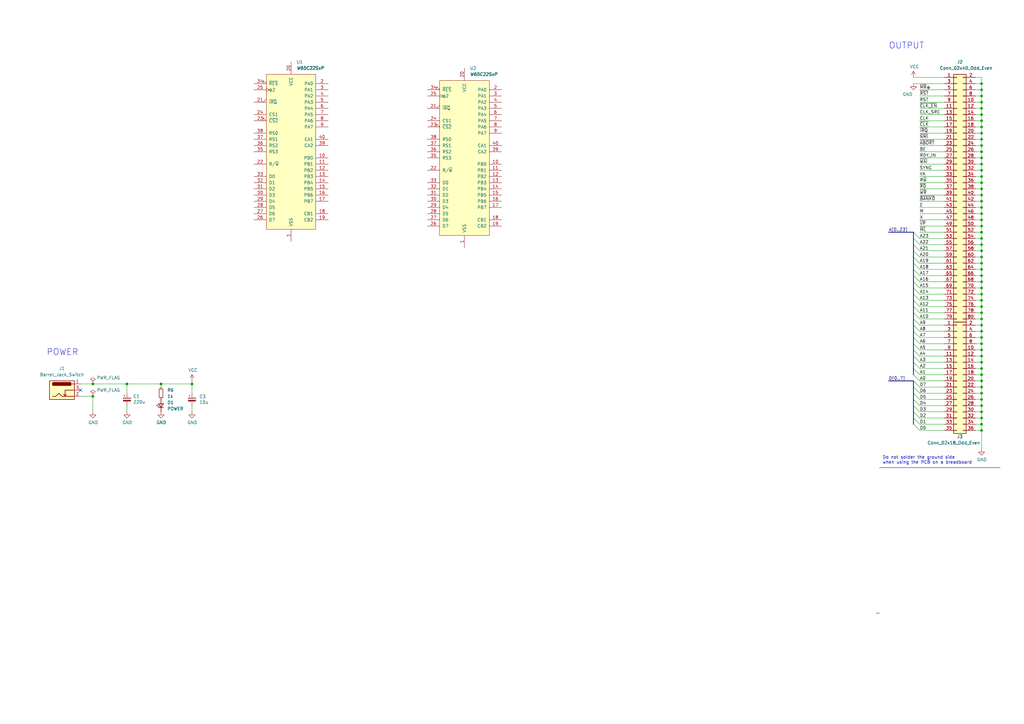
<source format=kicad_sch>
(kicad_sch (version 20250114) (generator "eeschema") (generator_version "9.0")
  (paper "A3")
  (title_block (title "65C816 Breakout Board") (date "2022-08-31") (rev "A.27") (comment 2 "https://github.com/adrienkohlbecker/BB816/tree/main/hardware/breakout") (comment 3 "Licensed under CERN-OHL-W v2") (comment 4 "Copyright © 2022 Adrien Kohlbecker"))
  (lib_symbols
    (symbol "BB816:W65C22SxP" (pin_names (offset 1.016))
      (property "Reference" "U" (at -10.16 33.02 0))
      (property "Value" "W65C22SxP" (at 0 0 90))
      (symbol "W65C22SxP_0_1"
        (rectangle (start -10.16 31.75) (end 10.16 -31.75) (fill (type background)))
      )
      (symbol "W65C22SxP_1_1"
        (pin input input_low (at -15.24 27.94 0) (length 5.08) (name "~{RES}") (number "34"))
        (pin input clock (at -15.24 25.4 0) (length 5.08) (name "ϕ2") (number "25"))
        (pin output output_low (at -15.24 20.32 0) (length 5.08) (name "~{IRQ}") (number "21"))
        (pin input line (at -15.24 15.24 0) (length 5.08) (name "CS1") (number "24"))
        (pin input input_low (at -15.24 12.7 0) (length 5.08) (name "~{CS2}") (number "23"))
        (pin input line (at -15.24 7.62 0) (length 5.08) (name "RS0") (number "38"))
        (pin input line (at -15.24 5.08 0) (length 5.08) (name "RS1") (number "37"))
        (pin input line (at -15.24 2.54 0) (length 5.08) (name "RS2") (number "36"))
        (pin input line (at -15.24 0 0) (length 5.08) (name "RS3") (number "35"))
        (pin input line (at -15.24 -5.08 0) (length 5.08) (name "R/~{W}") (number "22"))
        (pin bidirectional line (at -15.24 -10.16 0) (length 5.08) (name "D0") (number "33"))
        (pin bidirectional line (at -15.24 -12.7 0) (length 5.08) (name "D1") (number "32"))
        (pin bidirectional line (at -15.24 -15.24 0) (length 5.08) (name "D2") (number "31"))
        (pin bidirectional line (at -15.24 -17.78 0) (length 5.08) (name "D3") (number "30"))
        (pin bidirectional line (at -15.24 -20.32 0) (length 5.08) (name "D4") (number "29"))
        (pin bidirectional line (at -15.24 -22.86 0) (length 5.08) (name "D5") (number "28"))
        (pin bidirectional line (at -15.24 -25.4 0) (length 5.08) (name "D6") (number "27"))
        (pin bidirectional line (at -15.24 -27.94 0) (length 5.08) (name "D7") (number "26"))
        (pin power_in line (at 0 36.83 270) (length 5.08) (name "VCC") (number "20"))
        (pin power_in line (at 0 -36.83 90) (length 5.08) (name "VSS") (number "1"))
        (pin bidirectional line (at 15.24 27.94 180) (length 5.08) (name "PA0") (number "2"))
        (pin bidirectional line (at 15.24 25.4 180) (length 5.08) (name "PA1") (number "3"))
        (pin bidirectional line (at 15.24 22.86 180) (length 5.08) (name "PA2") (number "4"))
        (pin bidirectional line (at 15.24 20.32 180) (length 5.08) (name "PA3") (number "5"))
        (pin bidirectional line (at 15.24 17.78 180) (length 5.08) (name "PA4") (number "6"))
        (pin bidirectional line (at 15.24 15.24 180) (length 5.08) (name "PA5") (number "7"))
        (pin bidirectional line (at 15.24 12.7 180) (length 5.08) (name "PA6") (number "8"))
        (pin bidirectional line (at 15.24 10.16 180) (length 5.08) (name "PA7") (number "9"))
        (pin input line (at 15.24 5.08 180) (length 5.08) (name "CA1") (number "40"))
        (pin bidirectional line (at 15.24 2.54 180) (length 5.08) (name "CA2") (number "39"))
        (pin bidirectional line (at 15.24 -2.54 180) (length 5.08) (name "PB0") (number "10"))
        (pin bidirectional line (at 15.24 -5.08 180) (length 5.08) (name "PB1") (number "11"))
        (pin bidirectional line (at 15.24 -7.62 180) (length 5.08) (name "PB2") (number "12"))
        (pin bidirectional line (at 15.24 -10.16 180) (length 5.08) (name "PB3") (number "13"))
        (pin bidirectional line (at 15.24 -12.7 180) (length 5.08) (name "PB4") (number "14"))
        (pin bidirectional line (at 15.24 -15.24 180) (length 5.08) (name "PB5") (number "15"))
        (pin bidirectional line (at 15.24 -17.78 180) (length 5.08) (name "PB6") (number "16"))
        (pin bidirectional line (at 15.24 -20.32 180) (length 5.08) (name "PB7") (number "17"))
        (pin input line (at 15.24 -25.4 180) (length 5.08) (name "CB1") (number "18"))
        (pin bidirectional line (at 15.24 -27.94 180) (length 5.08) (name "CB2") (number "19"))
      )
    )
    (symbol "Connector:Barrel_Jack_Switch" (pin_names (hide yes))
      (property "Reference" "J" (at 0 5.334 0))
      (property "Value" "Barrel_Jack_Switch" (at 0 -5.08 0))
      (symbol "Barrel_Jack_Switch_0_1"
        (rectangle (start -5.08 3.81) (end 5.08 -3.81) (stroke (width 0.254)) (fill (type background)))
        (polyline (pts (xy -3.81 -2.54) (xy -2.54 -2.54) (xy -1.27 -1.27) (xy 0 -2.54) (xy 2.54 -2.54) (xy 5.08 -2.54)) (stroke (width 0.254)))
        (arc (start -3.302 1.905) (mid -3.9343 2.54) (end -3.302 3.175) (stroke (width 0.254)))
        (arc (start -3.302 1.905) (mid -3.9343 2.54) (end -3.302 3.175) (stroke (width 0.254)) (fill (type outline)))
        (polyline (pts (xy 1.27 -2.286) (xy 1.905 -1.651)) (stroke (width 0.254)))
        (rectangle (start 3.683 3.175) (end -3.302 1.905) (stroke (width 0.254)) (fill (type outline)))
        (polyline (pts (xy 5.08 2.54) (xy 3.81 2.54)) (stroke (width 0.254)))
        (polyline (pts (xy 5.08 0) (xy 1.27 0) (xy 1.27 -2.286) (xy 0.635 -1.651)) (stroke (width 0.254)))
      )
      (symbol "Barrel_Jack_Switch_1_1"
        (pin passive line (at 7.62 2.54 180) (length 2.54) (name "~") (number "1"))
        (pin passive line (at 7.62 0 180) (length 2.54) (name "~") (number "3"))
        (pin passive line (at 7.62 -2.54 180) (length 2.54) (name "~") (number "2"))
      )
    )
    (symbol "Connector_Generic:Conn_02x18_Odd_Even" (pin_names (offset 1.016) (hide yes))
      (property "Reference" "J" (at 1.27 22.86 0))
      (property "Value" "Conn_02x18_Odd_Even" (at 1.27 -25.4 0))
      (symbol "Conn_02x18_Odd_Even_1_1"
        (rectangle (start -1.27 21.59) (end 3.81 -24.13) (stroke (width 0.254)) (fill (type background)))
        (rectangle (start -1.27 20.447) (end 0 20.193) (stroke (width 0.1524)))
        (rectangle (start -1.27 17.907) (end 0 17.653) (stroke (width 0.1524)))
        (rectangle (start -1.27 15.367) (end 0 15.113) (stroke (width 0.1524)))
        (rectangle (start -1.27 12.827) (end 0 12.573) (stroke (width 0.1524)))
        (rectangle (start -1.27 10.287) (end 0 10.033) (stroke (width 0.1524)))
        (rectangle (start -1.27 7.747) (end 0 7.493) (stroke (width 0.1524)))
        (rectangle (start -1.27 5.207) (end 0 4.953) (stroke (width 0.1524)))
        (rectangle (start -1.27 2.667) (end 0 2.413) (stroke (width 0.1524)))
        (rectangle (start -1.27 0.127) (end 0 -0.127) (stroke (width 0.1524)))
        (rectangle (start -1.27 -2.413) (end 0 -2.667) (stroke (width 0.1524)))
        (rectangle (start -1.27 -4.953) (end 0 -5.207) (stroke (width 0.1524)))
        (rectangle (start -1.27 -7.493) (end 0 -7.747) (stroke (width 0.1524)))
        (rectangle (start -1.27 -10.033) (end 0 -10.287) (stroke (width 0.1524)))
        (rectangle (start -1.27 -12.573) (end 0 -12.827) (stroke (width 0.1524)))
        (rectangle (start -1.27 -15.113) (end 0 -15.367) (stroke (width 0.1524)))
        (rectangle (start -1.27 -17.653) (end 0 -17.907) (stroke (width 0.1524)))
        (rectangle (start -1.27 -20.193) (end 0 -20.447) (stroke (width 0.1524)))
        (rectangle (start -1.27 -22.733) (end 0 -22.987) (stroke (width 0.1524)))
        (rectangle (start 3.81 20.447) (end 2.54 20.193) (stroke (width 0.1524)))
        (rectangle (start 3.81 17.907) (end 2.54 17.653) (stroke (width 0.1524)))
        (rectangle (start 3.81 15.367) (end 2.54 15.113) (stroke (width 0.1524)))
        (rectangle (start 3.81 12.827) (end 2.54 12.573) (stroke (width 0.1524)))
        (rectangle (start 3.81 10.287) (end 2.54 10.033) (stroke (width 0.1524)))
        (rectangle (start 3.81 7.747) (end 2.54 7.493) (stroke (width 0.1524)))
        (rectangle (start 3.81 5.207) (end 2.54 4.953) (stroke (width 0.1524)))
        (rectangle (start 3.81 2.667) (end 2.54 2.413) (stroke (width 0.1524)))
        (rectangle (start 3.81 0.127) (end 2.54 -0.127) (stroke (width 0.1524)))
        (rectangle (start 3.81 -2.413) (end 2.54 -2.667) (stroke (width 0.1524)))
        (rectangle (start 3.81 -4.953) (end 2.54 -5.207) (stroke (width 0.1524)))
        (rectangle (start 3.81 -7.493) (end 2.54 -7.747) (stroke (width 0.1524)))
        (rectangle (start 3.81 -10.033) (end 2.54 -10.287) (stroke (width 0.1524)))
        (rectangle (start 3.81 -12.573) (end 2.54 -12.827) (stroke (width 0.1524)))
        (rectangle (start 3.81 -15.113) (end 2.54 -15.367) (stroke (width 0.1524)))
        (rectangle (start 3.81 -17.653) (end 2.54 -17.907) (stroke (width 0.1524)))
        (rectangle (start 3.81 -20.193) (end 2.54 -20.447) (stroke (width 0.1524)))
        (rectangle (start 3.81 -22.733) (end 2.54 -22.987) (stroke (width 0.1524)))
        (pin passive line (at -5.08 20.32 0) (length 3.81) (name "Pin_1") (number "1"))
        (pin passive line (at -5.08 17.78 0) (length 3.81) (name "Pin_3") (number "3"))
        (pin passive line (at -5.08 15.24 0) (length 3.81) (name "Pin_5") (number "5"))
        (pin passive line (at -5.08 12.7 0) (length 3.81) (name "Pin_7") (number "7"))
        (pin passive line (at -5.08 10.16 0) (length 3.81) (name "Pin_9") (number "9"))
        (pin passive line (at -5.08 7.62 0) (length 3.81) (name "Pin_11") (number "11"))
        (pin passive line (at -5.08 5.08 0) (length 3.81) (name "Pin_13") (number "13"))
        (pin passive line (at -5.08 2.54 0) (length 3.81) (name "Pin_15") (number "15"))
        (pin passive line (at -5.08 0 0) (length 3.81) (name "Pin_17") (number "17"))
        (pin passive line (at -5.08 -2.54 0) (length 3.81) (name "Pin_19") (number "19"))
        (pin passive line (at -5.08 -5.08 0) (length 3.81) (name "Pin_21") (number "21"))
        (pin passive line (at -5.08 -7.62 0) (length 3.81) (name "Pin_23") (number "23"))
        (pin passive line (at -5.08 -10.16 0) (length 3.81) (name "Pin_25") (number "25"))
        (pin passive line (at -5.08 -12.7 0) (length 3.81) (name "Pin_27") (number "27"))
        (pin passive line (at -5.08 -15.24 0) (length 3.81) (name "Pin_29") (number "29"))
        (pin passive line (at -5.08 -17.78 0) (length 3.81) (name "Pin_31") (number "31"))
        (pin passive line (at -5.08 -20.32 0) (length 3.81) (name "Pin_33") (number "33"))
        (pin passive line (at -5.08 -22.86 0) (length 3.81) (name "Pin_35") (number "35"))
        (pin passive line (at 7.62 20.32 180) (length 3.81) (name "Pin_2") (number "2"))
        (pin passive line (at 7.62 17.78 180) (length 3.81) (name "Pin_4") (number "4"))
        (pin passive line (at 7.62 15.24 180) (length 3.81) (name "Pin_6") (number "6"))
        (pin passive line (at 7.62 12.7 180) (length 3.81) (name "Pin_8") (number "8"))
        (pin passive line (at 7.62 10.16 180) (length 3.81) (name "Pin_10") (number "10"))
        (pin passive line (at 7.62 7.62 180) (length 3.81) (name "Pin_12") (number "12"))
        (pin passive line (at 7.62 5.08 180) (length 3.81) (name "Pin_14") (number "14"))
        (pin passive line (at 7.62 2.54 180) (length 3.81) (name "Pin_16") (number "16"))
        (pin passive line (at 7.62 0 180) (length 3.81) (name "Pin_18") (number "18"))
        (pin passive line (at 7.62 -2.54 180) (length 3.81) (name "Pin_20") (number "20"))
        (pin passive line (at 7.62 -5.08 180) (length 3.81) (name "Pin_22") (number "22"))
        (pin passive line (at 7.62 -7.62 180) (length 3.81) (name "Pin_24") (number "24"))
        (pin passive line (at 7.62 -10.16 180) (length 3.81) (name "Pin_26") (number "26"))
        (pin passive line (at 7.62 -12.7 180) (length 3.81) (name "Pin_28") (number "28"))
        (pin passive line (at 7.62 -15.24 180) (length 3.81) (name "Pin_30") (number "30"))
        (pin passive line (at 7.62 -17.78 180) (length 3.81) (name "Pin_32") (number "32"))
        (pin passive line (at 7.62 -20.32 180) (length 3.81) (name "Pin_34") (number "34"))
        (pin passive line (at 7.62 -22.86 180) (length 3.81) (name "Pin_36") (number "36"))
      )
    )
    (symbol "Connector_Generic:Conn_02x40_Odd_Even" (pin_names (offset 1.016) (hide yes))
      (property "Reference" "J" (at 1.27 50.8 0))
      (property "Value" "Conn_02x40_Odd_Even" (at 1.27 -53.34 0))
      (symbol "Conn_02x40_Odd_Even_1_1"
        (rectangle (start -1.27 49.53) (end 3.81 -52.07) (stroke (width 0.254)) (fill (type background)))
        (rectangle (start -1.27 48.387) (end 0 48.133) (stroke (width 0.1524)))
        (rectangle (start -1.27 45.847) (end 0 45.593) (stroke (width 0.1524)))
        (rectangle (start -1.27 43.307) (end 0 43.053) (stroke (width 0.1524)))
        (rectangle (start -1.27 40.767) (end 0 40.513) (stroke (width 0.1524)))
        (rectangle (start -1.27 38.227) (end 0 37.973) (stroke (width 0.1524)))
        (rectangle (start -1.27 35.687) (end 0 35.433) (stroke (width 0.1524)))
        (rectangle (start -1.27 33.147) (end 0 32.893) (stroke (width 0.1524)))
        (rectangle (start -1.27 30.607) (end 0 30.353) (stroke (width 0.1524)))
        (rectangle (start -1.27 28.067) (end 0 27.813) (stroke (width 0.1524)))
        (rectangle (start -1.27 25.527) (end 0 25.273) (stroke (width 0.1524)))
        (rectangle (start -1.27 22.987) (end 0 22.733) (stroke (width 0.1524)))
        (rectangle (start -1.27 20.447) (end 0 20.193) (stroke (width 0.1524)))
        (rectangle (start -1.27 17.907) (end 0 17.653) (stroke (width 0.1524)))
        (rectangle (start -1.27 15.367) (end 0 15.113) (stroke (width 0.1524)))
        (rectangle (start -1.27 12.827) (end 0 12.573) (stroke (width 0.1524)))
        (rectangle (start -1.27 10.287) (end 0 10.033) (stroke (width 0.1524)))
        (rectangle (start -1.27 7.747) (end 0 7.493) (stroke (width 0.1524)))
        (rectangle (start -1.27 5.207) (end 0 4.953) (stroke (width 0.1524)))
        (rectangle (start -1.27 2.667) (end 0 2.413) (stroke (width 0.1524)))
        (rectangle (start -1.27 0.127) (end 0 -0.127) (stroke (width 0.1524)))
        (rectangle (start -1.27 -2.413) (end 0 -2.667) (stroke (width 0.1524)))
        (rectangle (start -1.27 -4.953) (end 0 -5.207) (stroke (width 0.1524)))
        (rectangle (start -1.27 -7.493) (end 0 -7.747) (stroke (width 0.1524)))
        (rectangle (start -1.27 -10.033) (end 0 -10.287) (stroke (width 0.1524)))
        (rectangle (start -1.27 -12.573) (end 0 -12.827) (stroke (width 0.1524)))
        (rectangle (start -1.27 -15.113) (end 0 -15.367) (stroke (width 0.1524)))
        (rectangle (start -1.27 -17.653) (end 0 -17.907) (stroke (width 0.1524)))
        (rectangle (start -1.27 -20.193) (end 0 -20.447) (stroke (width 0.1524)))
        (rectangle (start -1.27 -22.733) (end 0 -22.987) (stroke (width 0.1524)))
        (rectangle (start -1.27 -25.273) (end 0 -25.527) (stroke (width 0.1524)))
        (rectangle (start -1.27 -27.813) (end 0 -28.067) (stroke (width 0.1524)))
        (rectangle (start -1.27 -30.353) (end 0 -30.607) (stroke (width 0.1524)))
        (rectangle (start -1.27 -32.893) (end 0 -33.147) (stroke (width 0.1524)))
        (rectangle (start -1.27 -35.433) (end 0 -35.687) (stroke (width 0.1524)))
        (rectangle (start -1.27 -37.973) (end 0 -38.227) (stroke (width 0.1524)))
        (rectangle (start -1.27 -40.513) (end 0 -40.767) (stroke (width 0.1524)))
        (rectangle (start -1.27 -43.053) (end 0 -43.307) (stroke (width 0.1524)))
        (rectangle (start -1.27 -45.593) (end 0 -45.847) (stroke (width 0.1524)))
        (rectangle (start -1.27 -48.133) (end 0 -48.387) (stroke (width 0.1524)))
        (rectangle (start -1.27 -50.673) (end 0 -50.927) (stroke (width 0.1524)))
        (rectangle (start 3.81 48.387) (end 2.54 48.133) (stroke (width 0.1524)))
        (rectangle (start 3.81 45.847) (end 2.54 45.593) (stroke (width 0.1524)))
        (rectangle (start 3.81 43.307) (end 2.54 43.053) (stroke (width 0.1524)))
        (rectangle (start 3.81 40.767) (end 2.54 40.513) (stroke (width 0.1524)))
        (rectangle (start 3.81 38.227) (end 2.54 37.973) (stroke (width 0.1524)))
        (rectangle (start 3.81 35.687) (end 2.54 35.433) (stroke (width 0.1524)))
        (rectangle (start 3.81 33.147) (end 2.54 32.893) (stroke (width 0.1524)))
        (rectangle (start 3.81 30.607) (end 2.54 30.353) (stroke (width 0.1524)))
        (rectangle (start 3.81 28.067) (end 2.54 27.813) (stroke (width 0.1524)))
        (rectangle (start 3.81 25.527) (end 2.54 25.273) (stroke (width 0.1524)))
        (rectangle (start 3.81 22.987) (end 2.54 22.733) (stroke (width 0.1524)))
        (rectangle (start 3.81 20.447) (end 2.54 20.193) (stroke (width 0.1524)))
        (rectangle (start 3.81 17.907) (end 2.54 17.653) (stroke (width 0.1524)))
        (rectangle (start 3.81 15.367) (end 2.54 15.113) (stroke (width 0.1524)))
        (rectangle (start 3.81 12.827) (end 2.54 12.573) (stroke (width 0.1524)))
        (rectangle (start 3.81 10.287) (end 2.54 10.033) (stroke (width 0.1524)))
        (rectangle (start 3.81 7.747) (end 2.54 7.493) (stroke (width 0.1524)))
        (rectangle (start 3.81 5.207) (end 2.54 4.953) (stroke (width 0.1524)))
        (rectangle (start 3.81 2.667) (end 2.54 2.413) (stroke (width 0.1524)))
        (rectangle (start 3.81 0.127) (end 2.54 -0.127) (stroke (width 0.1524)))
        (rectangle (start 3.81 -2.413) (end 2.54 -2.667) (stroke (width 0.1524)))
        (rectangle (start 3.81 -4.953) (end 2.54 -5.207) (stroke (width 0.1524)))
        (rectangle (start 3.81 -7.493) (end 2.54 -7.747) (stroke (width 0.1524)))
        (rectangle (start 3.81 -10.033) (end 2.54 -10.287) (stroke (width 0.1524)))
        (rectangle (start 3.81 -12.573) (end 2.54 -12.827) (stroke (width 0.1524)))
        (rectangle (start 3.81 -15.113) (end 2.54 -15.367) (stroke (width 0.1524)))
        (rectangle (start 3.81 -17.653) (end 2.54 -17.907) (stroke (width 0.1524)))
        (rectangle (start 3.81 -20.193) (end 2.54 -20.447) (stroke (width 0.1524)))
        (rectangle (start 3.81 -22.733) (end 2.54 -22.987) (stroke (width 0.1524)))
        (rectangle (start 3.81 -25.273) (end 2.54 -25.527) (stroke (width 0.1524)))
        (rectangle (start 3.81 -27.813) (end 2.54 -28.067) (stroke (width 0.1524)))
        (rectangle (start 3.81 -30.353) (end 2.54 -30.607) (stroke (width 0.1524)))
        (rectangle (start 3.81 -32.893) (end 2.54 -33.147) (stroke (width 0.1524)))
        (rectangle (start 3.81 -35.433) (end 2.54 -35.687) (stroke (width 0.1524)))
        (rectangle (start 3.81 -37.973) (end 2.54 -38.227) (stroke (width 0.1524)))
        (rectangle (start 3.81 -40.513) (end 2.54 -40.767) (stroke (width 0.1524)))
        (rectangle (start 3.81 -43.053) (end 2.54 -43.307) (stroke (width 0.1524)))
        (rectangle (start 3.81 -45.593) (end 2.54 -45.847) (stroke (width 0.1524)))
        (rectangle (start 3.81 -48.133) (end 2.54 -48.387) (stroke (width 0.1524)))
        (rectangle (start 3.81 -50.673) (end 2.54 -50.927) (stroke (width 0.1524)))
        (pin passive line (at -5.08 48.26 0) (length 3.81) (name "Pin_1") (number "1"))
        (pin passive line (at -5.08 45.72 0) (length 3.81) (name "Pin_3") (number "3"))
        (pin passive line (at -5.08 43.18 0) (length 3.81) (name "Pin_5") (number "5"))
        (pin passive line (at -5.08 40.64 0) (length 3.81) (name "Pin_7") (number "7"))
        (pin passive line (at -5.08 38.1 0) (length 3.81) (name "Pin_9") (number "9"))
        (pin passive line (at -5.08 35.56 0) (length 3.81) (name "Pin_11") (number "11"))
        (pin passive line (at -5.08 33.02 0) (length 3.81) (name "Pin_13") (number "13"))
        (pin passive line (at -5.08 30.48 0) (length 3.81) (name "Pin_15") (number "15"))
        (pin passive line (at -5.08 27.94 0) (length 3.81) (name "Pin_17") (number "17"))
        (pin passive line (at -5.08 25.4 0) (length 3.81) (name "Pin_19") (number "19"))
        (pin passive line (at -5.08 22.86 0) (length 3.81) (name "Pin_21") (number "21"))
        (pin passive line (at -5.08 20.32 0) (length 3.81) (name "Pin_23") (number "23"))
        (pin passive line (at -5.08 17.78 0) (length 3.81) (name "Pin_25") (number "25"))
        (pin passive line (at -5.08 15.24 0) (length 3.81) (name "Pin_27") (number "27"))
        (pin passive line (at -5.08 12.7 0) (length 3.81) (name "Pin_29") (number "29"))
        (pin passive line (at -5.08 10.16 0) (length 3.81) (name "Pin_31") (number "31"))
        (pin passive line (at -5.08 7.62 0) (length 3.81) (name "Pin_33") (number "33"))
        (pin passive line (at -5.08 5.08 0) (length 3.81) (name "Pin_35") (number "35"))
        (pin passive line (at -5.08 2.54 0) (length 3.81) (name "Pin_37") (number "37"))
        (pin passive line (at -5.08 0 0) (length 3.81) (name "Pin_39") (number "39"))
        (pin passive line (at -5.08 -2.54 0) (length 3.81) (name "Pin_41") (number "41"))
        (pin passive line (at -5.08 -5.08 0) (length 3.81) (name "Pin_43") (number "43"))
        (pin passive line (at -5.08 -7.62 0) (length 3.81) (name "Pin_45") (number "45"))
        (pin passive line (at -5.08 -10.16 0) (length 3.81) (name "Pin_47") (number "47"))
        (pin passive line (at -5.08 -12.7 0) (length 3.81) (name "Pin_49") (number "49"))
        (pin passive line (at -5.08 -15.24 0) (length 3.81) (name "Pin_51") (number "51"))
        (pin passive line (at -5.08 -17.78 0) (length 3.81) (name "Pin_53") (number "53"))
        (pin passive line (at -5.08 -20.32 0) (length 3.81) (name "Pin_55") (number "55"))
        (pin passive line (at -5.08 -22.86 0) (length 3.81) (name "Pin_57") (number "57"))
        (pin passive line (at -5.08 -25.4 0) (length 3.81) (name "Pin_59") (number "59"))
        (pin passive line (at -5.08 -27.94 0) (length 3.81) (name "Pin_61") (number "61"))
        (pin passive line (at -5.08 -30.48 0) (length 3.81) (name "Pin_63") (number "63"))
        (pin passive line (at -5.08 -33.02 0) (length 3.81) (name "Pin_65") (number "65"))
        (pin passive line (at -5.08 -35.56 0) (length 3.81) (name "Pin_67") (number "67"))
        (pin passive line (at -5.08 -38.1 0) (length 3.81) (name "Pin_69") (number "69"))
        (pin passive line (at -5.08 -40.64 0) (length 3.81) (name "Pin_71") (number "71"))
        (pin passive line (at -5.08 -43.18 0) (length 3.81) (name "Pin_73") (number "73"))
        (pin passive line (at -5.08 -45.72 0) (length 3.81) (name "Pin_75") (number "75"))
        (pin passive line (at -5.08 -48.26 0) (length 3.81) (name "Pin_77") (number "77"))
        (pin passive line (at -5.08 -50.8 0) (length 3.81) (name "Pin_79") (number "79"))
        (pin passive line (at 7.62 48.26 180) (length 3.81) (name "Pin_2") (number "2"))
        (pin passive line (at 7.62 45.72 180) (length 3.81) (name "Pin_4") (number "4"))
        (pin passive line (at 7.62 43.18 180) (length 3.81) (name "Pin_6") (number "6"))
        (pin passive line (at 7.62 40.64 180) (length 3.81) (name "Pin_8") (number "8"))
        (pin passive line (at 7.62 38.1 180) (length 3.81) (name "Pin_10") (number "10"))
        (pin passive line (at 7.62 35.56 180) (length 3.81) (name "Pin_12") (number "12"))
        (pin passive line (at 7.62 33.02 180) (length 3.81) (name "Pin_14") (number "14"))
        (pin passive line (at 7.62 30.48 180) (length 3.81) (name "Pin_16") (number "16"))
        (pin passive line (at 7.62 27.94 180) (length 3.81) (name "Pin_18") (number "18"))
        (pin passive line (at 7.62 25.4 180) (length 3.81) (name "Pin_20") (number "20"))
        (pin passive line (at 7.62 22.86 180) (length 3.81) (name "Pin_22") (number "22"))
        (pin passive line (at 7.62 20.32 180) (length 3.81) (name "Pin_24") (number "24"))
        (pin passive line (at 7.62 17.78 180) (length 3.81) (name "Pin_26") (number "26"))
        (pin passive line (at 7.62 15.24 180) (length 3.81) (name "Pin_28") (number "28"))
        (pin passive line (at 7.62 12.7 180) (length 3.81) (name "Pin_30") (number "30"))
        (pin passive line (at 7.62 10.16 180) (length 3.81) (name "Pin_32") (number "32"))
        (pin passive line (at 7.62 7.62 180) (length 3.81) (name "Pin_34") (number "34"))
        (pin passive line (at 7.62 5.08 180) (length 3.81) (name "Pin_36") (number "36"))
        (pin passive line (at 7.62 2.54 180) (length 3.81) (name "Pin_38") (number "38"))
        (pin passive line (at 7.62 0 180) (length 3.81) (name "Pin_40") (number "40"))
        (pin passive line (at 7.62 -2.54 180) (length 3.81) (name "Pin_42") (number "42"))
        (pin passive line (at 7.62 -5.08 180) (length 3.81) (name "Pin_44") (number "44"))
        (pin passive line (at 7.62 -7.62 180) (length 3.81) (name "Pin_46") (number "46"))
        (pin passive line (at 7.62 -10.16 180) (length 3.81) (name "Pin_48") (number "48"))
        (pin passive line (at 7.62 -12.7 180) (length 3.81) (name "Pin_50") (number "50"))
        (pin passive line (at 7.62 -15.24 180) (length 3.81) (name "Pin_52") (number "52"))
        (pin passive line (at 7.62 -17.78 180) (length 3.81) (name "Pin_54") (number "54"))
        (pin passive line (at 7.62 -20.32 180) (length 3.81) (name "Pin_56") (number "56"))
        (pin passive line (at 7.62 -22.86 180) (length 3.81) (name "Pin_58") (number "58"))
        (pin passive line (at 7.62 -25.4 180) (length 3.81) (name "Pin_60") (number "60"))
        (pin passive line (at 7.62 -27.94 180) (length 3.81) (name "Pin_62") (number "62"))
        (pin passive line (at 7.62 -30.48 180) (length 3.81) (name "Pin_64") (number "64"))
        (pin passive line (at 7.62 -33.02 180) (length 3.81) (name "Pin_66") (number "66"))
        (pin passive line (at 7.62 -35.56 180) (length 3.81) (name "Pin_68") (number "68"))
        (pin passive line (at 7.62 -38.1 180) (length 3.81) (name "Pin_70") (number "70"))
        (pin passive line (at 7.62 -40.64 180) (length 3.81) (name "Pin_72") (number "72"))
        (pin passive line (at 7.62 -43.18 180) (length 3.81) (name "Pin_74") (number "74"))
        (pin passive line (at 7.62 -45.72 180) (length 3.81) (name "Pin_76") (number "76"))
        (pin passive line (at 7.62 -48.26 180) (length 3.81) (name "Pin_78") (number "78"))
        (pin passive line (at 7.62 -50.8 180) (length 3.81) (name "Pin_80") (number "80"))
      )
    )
    (symbol "Device:C_Polarized_Small" (pin_numbers (hide yes)) (pin_names (offset 0.254) (hide yes))
      (property "Reference" "C" (at 0.254 1.778 0))
      (property "Value" "C_Polarized_Small" (at 0.254 -2.032 0))
      (symbol "C_Polarized_Small_0_1"
        (rectangle (start -1.524 0.6858) (end 1.524 0.3048))
        (rectangle (start -1.524 -0.3048) (end 1.524 -0.6858) (fill (type outline)))
        (polyline (pts (xy -1.27 1.524) (xy -0.762 1.524)))
        (polyline (pts (xy -1.016 1.27) (xy -1.016 1.778)))
      )
      (symbol "C_Polarized_Small_1_1"
        (pin passive line (at 0 2.54 270) (length 1.8542) (name "~") (number "1"))
        (pin passive line (at 0 -2.54 90) (length 1.8542) (name "~") (number "2"))
      )
    )
    (symbol "Device:LED_Small" (pin_numbers (hide yes)) (pin_names (offset 0.254) (hide yes))
      (property "Reference" "D" (at -1.27 3.175 0))
      (property "Value" "LED_Small" (at -4.445 -2.54 0))
      (symbol "LED_Small_0_1"
        (polyline (pts (xy -0.762 -1.016) (xy -0.762 1.016)) (stroke (width 0.254)))
        (polyline (pts (xy 0 0.762) (xy -0.508 1.27) (xy -0.254 1.27) (xy -0.508 1.27) (xy -0.508 1.016)))
        (polyline (pts (xy 0.508 1.27) (xy 0 1.778) (xy 0.254 1.778) (xy 0 1.778) (xy 0 1.524)))
        (polyline (pts (xy 0.762 -1.016) (xy -0.762 0) (xy 0.762 1.016) (xy 0.762 -1.016)) (stroke (width 0.254)))
        (polyline (pts (xy 1.016 0) (xy -0.762 0)))
      )
      (symbol "LED_Small_1_1"
        (pin passive line (at -2.54 0 0) (length 1.778) (name "K") (number "1"))
        (pin passive line (at 2.54 0 180) (length 1.778) (name "A") (number "2"))
      )
    )
    (symbol "Device:R_Small" (pin_numbers (hide yes)) (pin_names (offset 0.254) (hide yes))
      (property "Reference" "R" (at 0.762 0.508 0))
      (property "Value" "R_Small" (at 0.762 -1.016 0))
      (symbol "R_Small_0_1"
        (rectangle (start -0.762 1.778) (end 0.762 -1.778) (stroke (width 0.2032)))
      )
      (symbol "R_Small_1_1"
        (pin passive line (at 0 2.54 270) (length 0.762) (name "~") (number "1"))
        (pin passive line (at 0 -2.54 90) (length 0.762) (name "~") (number "2"))
      )
    )
    (symbol "power:GND" (power) (pin_names (offset 0))
      (property "Value" "GND" (at 0 -3.81 0))
      (symbol "GND_0_1"
        (polyline (pts (xy 0 0) (xy 0 -1.27) (xy 1.27 -1.27) (xy 0 -2.54) (xy -1.27 -1.27) (xy 0 -1.27)))
      )
      (symbol "GND_1_1"
        (pin power_in line (at 0 0 270) (length 0) (hide yes) (name "GND") (number "1"))
      )
    )
    (symbol "power:PWR_FLAG" (power) (pin_numbers (hide yes)) (pin_names (offset 0) (hide yes))
      (property "Value" "PWR_FLAG" (at 0 3.81 0))
      (symbol "PWR_FLAG_0_0"
        (pin power_out line (at 0 0 90) (length 0) (name "pwr") (number "1"))
      )
      (symbol "PWR_FLAG_0_1"
        (polyline (pts (xy 0 0) (xy 0 1.27) (xy -1.016 1.905) (xy 0 2.54) (xy 1.016 1.905) (xy 0 1.27)))
      )
    )
    (symbol "power:VCC" (power) (pin_names (offset 0))
      (property "Value" "VCC" (at 0 3.81 0))
      (symbol "VCC_0_1"
        (polyline (pts (xy -0.762 1.27) (xy 0 2.54)))
        (polyline (pts (xy 0 2.54) (xy 0.762 1.27)))
        (polyline (pts (xy 0 0) (xy 0 2.54)))
      )
      (symbol "VCC_1_1"
        (pin power_in line (at 0 0 90) (length 0) (hide yes) (name "VCC") (number "1"))
      )
    )
  )
  (text "Do not solder the ground side \nwhen using the PCB on a breadboard" (at 361.95 190.5 0) (effects (font (size 1.27 1.27)) (justify left bottom)))
  (text "POWER" (at 19.05 146.05 0) (effects (font (size 2.54 2.54)) (justify left bottom)))
  (text "OUTPUT" (at 364.49 20.32 0) (effects (font (size 2.54 2.54)) (justify left bottom)))
  (junction (at 402.59 87.63))
  (junction (at 402.59 148.59))
  (junction (at 402.59 115.57))
  (junction (at 402.59 85.09))
  (junction (at 402.59 62.23))
  (junction (at 402.59 100.33))
  (junction (at 402.59 97.79))
  (junction (at 402.59 151.13))
  (junction (at 402.59 163.83))
  (junction (at 402.59 146.05))
  (junction (at 402.59 110.49))
  (junction (at 402.59 123.19))
  (junction (at 402.59 140.97))
  (junction (at 402.59 90.17))
  (junction (at 402.59 130.81))
  (junction (at 402.59 158.75))
  (junction (at 402.59 39.37))
  (junction (at 402.59 59.69))
  (junction (at 402.59 44.45))
  (junction (at 402.59 105.41))
  (junction (at 402.59 92.71))
  (junction (at 402.59 133.35))
  (junction (at 402.59 49.53))
  (junction (at 402.59 118.11))
  (junction (at 402.59 125.73))
  (junction (at 402.59 107.95))
  (junction (at 402.59 135.89))
  (junction (at 402.59 57.15))
  (junction (at 52.07 157.48))
  (junction (at 402.59 168.91))
  (junction (at 402.59 102.87))
  (junction (at 78.74 157.48))
  (junction (at 66.04 157.48))
  (junction (at 402.59 176.53))
  (junction (at 38.1 157.48))
  (junction (at 402.59 82.55))
  (junction (at 402.59 143.51))
  (junction (at 402.59 46.99))
  (junction (at 402.59 153.67))
  (junction (at 402.59 95.25))
  (junction (at 402.59 166.37))
  (junction (at 38.1 162.56))
  (junction (at 402.59 72.39))
  (junction (at 402.59 54.61))
  (junction (at 402.59 69.85))
  (junction (at 402.59 52.07))
  (junction (at 402.59 41.91))
  (junction (at 402.59 64.77))
  (junction (at 402.59 80.01))
  (junction (at 402.59 36.83))
  (junction (at 402.59 67.31))
  (junction (at 402.59 77.47))
  (junction (at 402.59 138.43))
  (junction (at 402.59 156.21))
  (junction (at 402.59 173.99))
  (junction (at 402.59 113.03))
  (junction (at 402.59 34.29))
  (junction (at 402.59 128.27))
  (junction (at 402.59 161.29))
  (junction (at 402.59 171.45))
  (junction (at 402.59 120.65))
  (junction (at 402.59 74.93))
  (no_connect (at 33.02 160.02))
  (bus_entry (at 374.65 151.13) (size 2.54 2.54))
  (bus_entry (at 374.65 110.49) (size 2.54 2.54))
  (bus_entry (at 374.65 168.91) (size 2.54 2.54))
  (bus_entry (at 374.65 135.89) (size 2.54 2.54))
  (bus_entry (at 374.65 97.79) (size 2.54 2.54))
  (bus_entry (at 374.65 166.37) (size 2.54 2.54))
  (bus_entry (at 374.65 138.43) (size 2.54 2.54))
  (bus_entry (at 374.65 105.41) (size 2.54 2.54))
  (bus_entry (at 374.65 158.75) (size 2.54 2.54))
  (bus_entry (at 374.65 95.25) (size 2.54 2.54))
  (bus_entry (at 374.65 130.81) (size 2.54 2.54))
  (bus_entry (at 374.65 163.83) (size 2.54 2.54))
  (bus_entry (at 374.65 143.51) (size 2.54 2.54))
  (bus_entry (at 374.65 123.19) (size 2.54 2.54))
  (bus_entry (at 374.65 153.67) (size 2.54 2.54))
  (bus_entry (at 374.65 133.35) (size 2.54 2.54))
  (bus_entry (at 374.65 148.59) (size 2.54 2.54))
  (bus_entry (at 374.65 161.29) (size 2.54 2.54))
  (bus_entry (at 374.65 128.27) (size 2.54 2.54))
  (bus_entry (at 374.65 100.33) (size 2.54 2.54))
  (bus_entry (at 374.65 115.57) (size 2.54 2.54))
  (bus_entry (at 374.65 173.99) (size 2.54 2.54))
  (bus_entry (at 374.65 120.65) (size 2.54 2.54))
  (bus_entry (at 374.65 156.21) (size 2.54 2.54))
  (bus_entry (at 374.65 107.95) (size 2.54 2.54))
  (bus_entry (at 374.65 102.87) (size 2.54 2.54))
  (bus_entry (at 374.65 146.05) (size 2.54 2.54))
  (bus_entry (at 374.65 140.97) (size 2.54 2.54))
  (bus_entry (at 374.65 118.11) (size 2.54 2.54))
  (bus_entry (at 374.65 113.03) (size 2.54 2.54))
  (bus_entry (at 374.65 125.73) (size 2.54 2.54))
  (bus_entry (at 374.65 171.45) (size 2.54 2.54))
  (wire (pts (xy 402.59 158.75) (xy 402.59 161.29)))
  (wire (pts (xy 402.59 123.19) (xy 400.05 123.19)))
  (wire (pts (xy 402.59 62.23) (xy 400.05 62.23)))
  (wire (pts (xy 402.59 100.33) (xy 400.05 100.33)))
  (wire (pts (xy 402.59 102.87) (xy 402.59 105.41)))
  (wire (pts (xy 402.59 156.21) (xy 402.59 158.75)))
  (wire (pts (xy 52.07 161.29) (xy 52.07 157.48)))
  (bus (pts (xy 374.65 107.95) (xy 374.65 105.41)))
  (wire (pts (xy 377.19 135.89) (xy 387.35 135.89)))
  (wire (pts (xy 402.59 52.07) (xy 402.59 54.61)))
  (bus (pts (xy 374.65 153.67) (xy 374.65 151.13)))
  (wire (pts (xy 377.19 46.99) (xy 387.35 46.99)))
  (wire (pts (xy 402.59 173.99) (xy 402.59 176.53)))
  (wire (pts (xy 377.19 82.55) (xy 387.35 82.55)))
  (wire (pts (xy 402.59 34.29) (xy 402.59 36.83)))
  (wire (pts (xy 402.59 138.43) (xy 400.05 138.43)))
  (wire (pts (xy 377.19 52.07) (xy 387.35 52.07)))
  (wire (pts (xy 402.59 100.33) (xy 402.59 102.87)))
  (wire (pts (xy 377.19 168.91) (xy 387.35 168.91)))
  (bus (pts (xy 374.65 151.13) (xy 374.65 148.59)))
  (wire (pts (xy 402.59 128.27) (xy 400.05 128.27)))
  (polyline (pts (xy 359.41 251.46) (xy 360.68 251.46)))
  (wire (pts (xy 377.19 110.49) (xy 387.35 110.49)))
  (wire (pts (xy 402.59 118.11) (xy 402.59 120.65)))
  (wire (pts (xy 402.59 87.63) (xy 400.05 87.63)))
  (wire (pts (xy 402.59 168.91) (xy 400.05 168.91)))
  (wire (pts (xy 402.59 54.61) (xy 402.59 57.15)))
  (wire (pts (xy 402.59 97.79) (xy 402.59 100.33)))
  (wire (pts (xy 402.59 69.85) (xy 402.59 72.39)))
  (wire (pts (xy 377.19 72.39) (xy 387.35 72.39)))
  (wire (pts (xy 377.19 67.31) (xy 387.35 67.31)))
  (bus (pts (xy 374.65 148.59) (xy 374.65 146.05)))
  (wire (pts (xy 402.59 113.03) (xy 402.59 115.57)))
  (wire (pts (xy 377.19 69.85) (xy 387.35 69.85)))
  (wire (pts (xy 402.59 140.97) (xy 402.59 143.51)))
  (wire (pts (xy 402.59 59.69) (xy 400.05 59.69)))
  (wire (pts (xy 377.19 54.61) (xy 387.35 54.61)))
  (wire (pts (xy 402.59 110.49) (xy 402.59 113.03)))
  (wire (pts (xy 402.59 44.45) (xy 402.59 46.99)))
  (bus (pts (xy 364.49 156.21) (xy 374.65 156.21)))
  (bus (pts (xy 374.65 130.81) (xy 374.65 128.27)))
  (wire (pts (xy 402.59 168.91) (xy 402.59 171.45)))
  (wire (pts (xy 402.59 85.09) (xy 400.05 85.09)))
  (wire (pts (xy 374.65 31.75) (xy 387.35 31.75)))
  (wire (pts (xy 402.59 163.83) (xy 402.59 166.37)))
  (bus (pts (xy 374.65 138.43) (xy 374.65 135.89)))
  (wire (pts (xy 402.59 67.31) (xy 402.59 69.85)))
  (wire (pts (xy 377.19 85.09) (xy 387.35 85.09)))
  (bus (pts (xy 374.65 146.05) (xy 374.65 143.51)))
  (bus (pts (xy 374.65 135.89) (xy 374.65 133.35)))
  (wire (pts (xy 402.59 87.63) (xy 402.59 90.17)))
  (wire (pts (xy 66.04 157.48) (xy 78.74 157.48)))
  (wire (pts (xy 377.19 49.53) (xy 387.35 49.53)))
  (wire (pts (xy 377.19 113.03) (xy 387.35 113.03)))
  (wire (pts (xy 402.59 46.99) (xy 400.05 46.99)))
  (wire (pts (xy 377.19 148.59) (xy 387.35 148.59)))
  (wire (pts (xy 402.59 176.53) (xy 400.05 176.53)))
  (wire (pts (xy 377.19 128.27) (xy 387.35 128.27)))
  (wire (pts (xy 377.19 36.83) (xy 387.35 36.83)))
  (wire (pts (xy 377.19 102.87) (xy 387.35 102.87)))
  (wire (pts (xy 377.19 163.83) (xy 387.35 163.83)))
  (bus (pts (xy 374.65 118.11) (xy 374.65 115.57)))
  (wire (pts (xy 377.19 41.91) (xy 387.35 41.91)))
  (wire (pts (xy 402.59 46.99) (xy 402.59 49.53)))
  (wire (pts (xy 402.59 57.15) (xy 400.05 57.15)))
  (wire (pts (xy 377.19 115.57) (xy 387.35 115.57)))
  (wire (pts (xy 377.19 156.21) (xy 387.35 156.21)))
  (wire (pts (xy 402.59 146.05) (xy 402.59 148.59)))
  (wire (pts (xy 377.19 87.63) (xy 387.35 87.63)))
  (wire (pts (xy 402.59 41.91) (xy 400.05 41.91)))
  (wire (pts (xy 377.19 90.17) (xy 387.35 90.17)))
  (wire (pts (xy 402.59 34.29) (xy 400.05 34.29)))
  (wire (pts (xy 402.59 102.87) (xy 400.05 102.87)))
  (wire (pts (xy 377.19 62.23) (xy 387.35 62.23)))
  (wire (pts (xy 402.59 161.29) (xy 402.59 163.83)))
  (wire (pts (xy 377.19 59.69) (xy 387.35 59.69)))
  (wire (pts (xy 402.59 85.09) (xy 402.59 87.63)))
  (wire (pts (xy 377.19 92.71) (xy 387.35 92.71)))
  (wire (pts (xy 38.1 162.56) (xy 38.1 168.91)))
  (wire (pts (xy 402.59 115.57) (xy 400.05 115.57)))
  (wire (pts (xy 402.59 110.49) (xy 400.05 110.49)))
  (wire (pts (xy 402.59 107.95) (xy 402.59 110.49)))
  (wire (pts (xy 402.59 151.13) (xy 400.05 151.13)))
  (wire (pts (xy 402.59 130.81) (xy 400.05 130.81)))
  (wire (pts (xy 402.59 176.53) (xy 402.59 184.15)))
  (bus (pts (xy 374.65 171.45) (xy 374.65 173.99)))
  (wire (pts (xy 402.59 64.77) (xy 402.59 67.31)))
  (wire (pts (xy 377.19 74.93) (xy 387.35 74.93)))
  (wire (pts (xy 402.59 82.55) (xy 402.59 85.09)))
  (wire (pts (xy 402.59 107.95) (xy 400.05 107.95)))
  (wire (pts (xy 402.59 80.01) (xy 402.59 82.55)))
  (bus (pts (xy 374.65 158.75) (xy 374.65 161.29)))
  (wire (pts (xy 377.19 125.73) (xy 387.35 125.73)))
  (wire (pts (xy 402.59 166.37) (xy 402.59 168.91)))
  (bus (pts (xy 374.65 110.49) (xy 374.65 107.95)))
  (wire (pts (xy 377.19 161.29) (xy 387.35 161.29)))
  (wire (pts (xy 402.59 69.85) (xy 400.05 69.85)))
  (wire (pts (xy 402.59 135.89) (xy 400.05 135.89)))
  (wire (pts (xy 402.59 105.41) (xy 400.05 105.41)))
  (bus (pts (xy 374.65 166.37) (xy 374.65 168.91)))
  (wire (pts (xy 377.19 97.79) (xy 387.35 97.79)))
  (wire (pts (xy 402.59 80.01) (xy 400.05 80.01)))
  (wire (pts (xy 402.59 39.37) (xy 400.05 39.37)))
  (wire (pts (xy 377.19 130.81) (xy 387.35 130.81)))
  (wire (pts (xy 402.59 90.17) (xy 402.59 92.71)))
  (bus (pts (xy 374.65 128.27) (xy 374.65 125.73)))
  (wire (pts (xy 402.59 105.41) (xy 402.59 107.95)))
  (wire (pts (xy 402.59 72.39) (xy 402.59 74.93)))
  (wire (pts (xy 402.59 118.11) (xy 400.05 118.11)))
  (wire (pts (xy 402.59 39.37) (xy 402.59 41.91)))
  (bus (pts (xy 374.65 168.91) (xy 374.65 171.45)))
  (wire (pts (xy 402.59 125.73) (xy 402.59 128.27)))
  (wire (pts (xy 377.19 146.05) (xy 387.35 146.05)))
  (wire (pts (xy 402.59 153.67) (xy 400.05 153.67)))
  (wire (pts (xy 377.19 77.47) (xy 387.35 77.47)))
  (wire (pts (xy 377.19 100.33) (xy 387.35 100.33)))
  (wire (pts (xy 402.59 158.75) (xy 400.05 158.75)))
  (bus (pts (xy 374.65 125.73) (xy 374.65 123.19)))
  (wire (pts (xy 402.59 125.73) (xy 400.05 125.73)))
  (wire (pts (xy 402.59 120.65) (xy 400.05 120.65)))
  (wire (pts (xy 377.19 44.45) (xy 387.35 44.45)))
  (wire (pts (xy 374.65 34.29) (xy 387.35 34.29)))
  (wire (pts (xy 377.19 166.37) (xy 387.35 166.37)))
  (wire (pts (xy 377.19 153.67) (xy 387.35 153.67)))
  (wire (pts (xy 402.59 123.19) (xy 402.59 125.73)))
  (wire (pts (xy 402.59 135.89) (xy 402.59 138.43)))
  (wire (pts (xy 402.59 166.37) (xy 400.05 166.37)))
  (wire (pts (xy 402.59 146.05) (xy 400.05 146.05)))
  (wire (pts (xy 402.59 133.35) (xy 402.59 135.89)))
  (wire (pts (xy 402.59 31.75) (xy 400.05 31.75)))
  (bus (pts (xy 374.65 156.21) (xy 374.65 158.75)))
  (wire (pts (xy 402.59 59.69) (xy 402.59 62.23)))
  (wire (pts (xy 402.59 120.65) (xy 402.59 123.19)))
  (wire (pts (xy 377.19 176.53) (xy 387.35 176.53)))
  (bus (pts (xy 374.65 120.65) (xy 374.65 118.11)))
  (wire (pts (xy 402.59 49.53) (xy 402.59 52.07)))
  (wire (pts (xy 402.59 140.97) (xy 400.05 140.97)))
  (wire (pts (xy 402.59 54.61) (xy 400.05 54.61)))
  (bus (pts (xy 374.65 115.57) (xy 374.65 113.03)))
  (wire (pts (xy 377.19 133.35) (xy 387.35 133.35)))
  (wire (pts (xy 377.19 143.51) (xy 387.35 143.51)))
  (wire (pts (xy 377.19 140.97) (xy 387.35 140.97)))
  (wire (pts (xy 402.59 72.39) (xy 400.05 72.39)))
  (wire (pts (xy 402.59 67.31) (xy 400.05 67.31)))
  (wire (pts (xy 402.59 153.67) (xy 402.59 156.21)))
  (wire (pts (xy 377.19 123.19) (xy 387.35 123.19)))
  (wire (pts (xy 402.59 97.79) (xy 400.05 97.79)))
  (wire (pts (xy 52.07 157.48) (xy 66.04 157.48)))
  (bus (pts (xy 374.65 97.79) (xy 374.65 95.25)))
  (wire (pts (xy 402.59 148.59) (xy 402.59 151.13)))
  (bus (pts (xy 374.65 140.97) (xy 374.65 138.43)))
  (bus (pts (xy 374.65 163.83) (xy 374.65 166.37)))
  (wire (pts (xy 402.59 138.43) (xy 402.59 140.97)))
  (wire (pts (xy 402.59 156.21) (xy 400.05 156.21)))
  (wire (pts (xy 78.74 168.91) (xy 78.74 166.37)))
  (wire (pts (xy 402.59 95.25) (xy 402.59 97.79)))
  (wire (pts (xy 377.19 151.13) (xy 387.35 151.13)))
  (wire (pts (xy 52.07 168.91) (xy 52.07 166.37)))
  (wire (pts (xy 377.19 95.25) (xy 387.35 95.25)))
  (wire (pts (xy 402.59 161.29) (xy 400.05 161.29)))
  (wire (pts (xy 377.19 39.37) (xy 387.35 39.37)))
  (wire (pts (xy 402.59 77.47) (xy 400.05 77.47)))
  (wire (pts (xy 402.59 171.45) (xy 402.59 173.99)))
  (wire (pts (xy 402.59 92.71) (xy 402.59 95.25)))
  (wire (pts (xy 402.59 128.27) (xy 402.59 130.81)))
  (wire (pts (xy 402.59 36.83) (xy 400.05 36.83)))
  (wire (pts (xy 402.59 74.93) (xy 402.59 77.47)))
  (wire (pts (xy 402.59 74.93) (xy 400.05 74.93)))
  (wire (pts (xy 402.59 148.59) (xy 400.05 148.59)))
  (wire (pts (xy 402.59 90.17) (xy 400.05 90.17)))
  (bus (pts (xy 374.65 100.33) (xy 374.65 97.79)))
  (wire (pts (xy 377.19 158.75) (xy 387.35 158.75)))
  (wire (pts (xy 402.59 113.03) (xy 400.05 113.03)))
  (wire (pts (xy 402.59 143.51) (xy 400.05 143.51)))
  (wire (pts (xy 402.59 133.35) (xy 400.05 133.35)))
  (wire (pts (xy 377.19 105.41) (xy 387.35 105.41)))
  (wire (pts (xy 402.59 171.45) (xy 400.05 171.45)))
  (wire (pts (xy 402.59 130.81) (xy 402.59 133.35)))
  (bus (pts (xy 374.65 123.19) (xy 374.65 120.65)))
  (wire (pts (xy 402.59 92.71) (xy 400.05 92.71)))
  (wire (pts (xy 377.19 80.01) (xy 387.35 80.01)))
  (wire (pts (xy 402.59 36.83) (xy 402.59 39.37)))
  (wire (pts (xy 402.59 82.55) (xy 400.05 82.55)))
  (bus (pts (xy 374.65 105.41) (xy 374.65 102.87)))
  (wire (pts (xy 78.74 157.48) (xy 78.74 161.29)))
  (wire (pts (xy 402.59 143.51) (xy 402.59 146.05)))
  (wire (pts (xy 33.02 157.48) (xy 38.1 157.48)))
  (wire (pts (xy 402.59 31.75) (xy 402.59 34.29)))
  (wire (pts (xy 402.59 163.83) (xy 400.05 163.83)))
  (wire (pts (xy 38.1 157.48) (xy 52.07 157.48)))
  (bus (pts (xy 374.65 161.29) (xy 374.65 163.83)))
  (wire (pts (xy 38.1 162.56) (xy 33.02 162.56)))
  (wire (pts (xy 402.59 115.57) (xy 402.59 118.11)))
  (wire (pts (xy 377.19 138.43) (xy 387.35 138.43)))
  (wire (pts (xy 78.74 156.21) (xy 78.74 157.48)))
  (wire (pts (xy 402.59 77.47) (xy 402.59 80.01)))
  (bus (pts (xy 364.49 95.25) (xy 374.65 95.25)))
  (bus (pts (xy 374.65 102.87) (xy 374.65 100.33)))
  (wire (pts (xy 402.59 57.15) (xy 402.59 59.69)))
  (wire (pts (xy 377.19 118.11) (xy 387.35 118.11)))
  (wire (pts (xy 402.59 49.53) (xy 400.05 49.53)))
  (wire (pts (xy 66.04 157.48) (xy 66.04 158.75)))
  (wire (pts (xy 402.59 44.45) (xy 400.05 44.45)))
  (bus (pts (xy 374.65 133.35) (xy 374.65 130.81)))
  (bus (pts (xy 374.65 113.03) (xy 374.65 110.49)))
  (wire (pts (xy 377.19 57.15) (xy 387.35 57.15)))
  (bus (pts (xy 374.65 143.51) (xy 374.65 140.97)))
  (wire (pts (xy 377.19 64.77) (xy 387.35 64.77)))
  (wire (pts (xy 402.59 52.07) (xy 400.05 52.07)))
  (wire (pts (xy 402.59 64.77) (xy 400.05 64.77)))
  (wire (pts (xy 377.19 171.45) (xy 387.35 171.45)))
  (wire (pts (xy 377.19 120.65) (xy 387.35 120.65)))
  (wire (pts (xy 402.59 173.99) (xy 400.05 173.99)))
  (wire (pts (xy 402.59 95.25) (xy 400.05 95.25)))
  (wire (pts (xy 402.59 41.91) (xy 402.59 44.45)))
  (wire (pts (xy 402.59 151.13) (xy 402.59 153.67)))
  (wire (pts (xy 377.19 173.99) (xy 387.35 173.99)))
  (polyline (pts (xy 360.68 191.77) (xy 410.21 191.77)))
  (wire (pts (xy 377.19 107.95) (xy 387.35 107.95)))
  (wire (pts (xy 402.59 62.23) (xy 402.59 64.77)))
  (label "A22" (at 377.19 100.33 0))
  (label "SYNC" (at 377.19 69.85 0))
  (label "A9" (at 377.19 133.35 0))
  (label "D1" (at 377.19 173.99 0))
  (label "A6" (at 377.19 140.97 0))
  (label "D5" (at 377.19 163.83 0))
  (label "A5" (at 377.19 143.51 0))
  (label "D2" (at 377.19 171.45 0))
  (label "A16" (at 377.19 115.57 0))
  (label "A4" (at 377.19 146.05 0))
  (label "A21" (at 377.19 102.87 0))
  (label "E" (at 377.19 85.09 0))
  (label "~{RD}" (at 377.19 77.47 0))
  (label "CLK_SRC" (at 377.19 46.99 0))
  (label "A13" (at 377.19 123.19 0))
  (label "A1" (at 377.19 153.67 0))
  (label "~{ML}" (at 377.19 95.25 0))
  (label "A17" (at 377.19 113.03 0))
  (label "A10" (at 377.19 130.81 0))
  (label "~{NMI}" (at 377.19 57.15 0))
  (label "~{VP}" (at 377.19 92.71 0))
  (label "D3" (at 377.19 168.91 0))
  (label "X" (at 377.19 90.17 0))
  (label "D4" (at 377.19 166.37 0))
  (label "~{CLK}" (at 377.19 52.07 0))
  (label "A15" (at 377.19 118.11 0))
  (label "~{WR}" (at 377.19 80.01 0))
  (label "A23" (at 377.19 97.79 0))
  (label "RDY_IN" (at 377.19 64.77 0))
  (label "BE" (at 377.19 62.23 0))
  (label "RST" (at 377.19 41.91 0))
  (label "D[0..7]" (at 364.49 156.21 0))
  (label "CLK" (at 377.19 49.53 0))
  (label "A2" (at 377.19 151.13 0))
  (label "A7" (at 377.19 138.43 0))
  (label "D7" (at 377.19 158.75 0))
  (label "~{MR}⎒" (at 377.19 36.83 0))
  (label "M" (at 377.19 87.63 0))
  (label "A12" (at 377.19 125.73 0))
  (label "A8" (at 377.19 135.89 0))
  (label "~{RST}" (at 377.19 39.37 0))
  (label "~{IRQ}" (at 377.19 54.61 0))
  (label "A20" (at 377.19 105.41 0))
  (label "~{ABORT}" (at 377.19 59.69 0))
  (label "A3" (at 377.19 148.59 0))
  (label "D0" (at 377.19 176.53 0))
  (label "A0" (at 377.19 156.21 0))
  (label "~{CLK_EN}" (at 377.19 44.45 0))
  (label "~{WAI}" (at 377.19 67.31 0))
  (label "A[0..23]" (at 364.49 95.25 0))
  (label "VA" (at 377.19 72.39 0))
  (label "A19" (at 377.19 107.95 0))
  (label "A11" (at 377.19 128.27 0))
  (label "R~{W}" (at 377.19 74.93 0))
  (label "A14" (at 377.19 120.65 0))
  (label "A18" (at 377.19 110.49 0))
  (label "D6" (at 377.19 161.29 0))
  (label "~{BANK0}" (at 377.19 82.55 0))
  (symbol (lib_id "power:PWR_FLAG") (at 38.1 162.56 0) (unit 1)
    (property "Reference" "#FLG02" (effects (hide yes)))
    (property "Value" "PWR_FLAG" (at 44.45 160.02 0))
  )
  (symbol (lib_id "power:GND") (at 66.04 168.91 0) (unit 1)
    (property "Reference" "#PWR09" (effects (hide yes)))
    (property "Value" "GND" (at 66.167 173.3042 0))
  )
  (symbol (lib_id "Device:LED_Small") (at 66.04 166.37 90) (unit 1)
    (property "Reference" "D1" (at 68.58 165.1 90) (effects (justify right)))
    (property "Value" "POWER" (at 68.58 167.64 90) (effects (justify right)))
    (property "Footprint" "LED_THT:LED_D3.0mm" (effects (hide yes)))
    (property "Datasheet" "https://nl.mouser.com/datasheet/2/216/WP132XGD-50469.pdf" (effects (hide yes)))
  )
  (symbol (lib_id "Connector:Barrel_Jack_Switch") (at 25.4 160.02 0) (unit 1)
    (property "Reference" "J1" (at 25.4 151.13 0))
    (property "Value" "Barrel_Jack_Switch" (at 25.4 153.67 0))
    (property "Footprint" "Connector_BarrelJack:BarrelJack_Horizontal" (effects (hide yes)))
  )
  (symbol (lib_id "power:GND") (at 38.1 168.91 0) (unit 1)
    (property "Reference" "#PWR05" (effects (hide yes)))
    (property "Value" "GND" (at 38.227 173.3042 0))
  )
  (symbol (lib_id "power:PWR_FLAG") (at 38.1 157.48 0) (unit 1)
    (property "Reference" "#FLG01" (effects (hide yes)))
    (property "Value" "PWR_FLAG" (at 44.45 154.94 0))
  )
  (symbol (lib_id "Device:C_Polarized_Small") (at 78.74 163.83 0) (unit 1)
    (property "Reference" "C3" (at 81.7372 162.6616 0) (effects (justify left)))
    (property "Value" "10u" (at 81.7372 164.973 0) (effects (justify left)))
    (property "Footprint" "Capacitor_THT:CP_Radial_D4.0mm_P1.50mm" (effects (hide yes)))
  )
  (symbol (lib_id "power:GND") (at 374.65 34.29 0) (unit 1)
    (property "Reference" "#PWR048" (effects (hide yes)))
    (property "Value" "GND" (at 372.237 38.6842 0))
  )
  (symbol (lib_id "power:VCC") (at 374.65 31.75 0) (unit 1)
    (property "Reference" "#PWR047" (effects (hide yes)))
    (property "Value" "VCC" (at 375.031 27.3558 0))
  )
  (symbol (lib_id "power:VCC") (at 78.74 156.21 0) (unit 1)
    (property "Reference" "#PWR012" (effects (hide yes)))
    (property "Value" "VCC" (at 79.121 151.8158 0))
  )
  (symbol (lib_id "Device:R_Small") (at 66.04 161.29 180) (unit 1)
    (property "Reference" "R6" (at 68.58 160.02 0) (effects (justify right)))
    (property "Value" "1k" (at 68.58 162.56 0) (effects (justify right)))
    (property "Footprint" "Resistor_THT:R_Axial_DIN0207_L6.3mm_D2.5mm_P7.62mm_Horizontal" (effects (hide yes)))
  )
  (symbol (lib_id "Connector_Generic:Conn_02x40_Odd_Even") (at 392.43 80.01 0) (unit 1)
    (property "Reference" "J2" (at 393.7 25.4 0))
    (property "Value" "Conn_02x40_Odd_Even" (at 396.24 27.94 0))
    (property "Footprint" "Connector_PinHeader_2.54mm:PinHeader_2x40_P2.54mm_Vertical" (effects (hide yes)))
  )
  (symbol (lib_id "power:GND") (at 78.74 168.91 0) (unit 1)
    (property "Reference" "#PWR013" (effects (hide yes)))
    (property "Value" "GND" (at 78.867 173.3042 0))
  )
  (symbol (lib_id "BB816:W65C22SxP") (at 119.38 62.23 0) (unit 1)
    (property "Reference" "U1" (at 121.5233 25.4 0) (effects (justify left)))
    (property "Value" "W65C22SxP" (at 121.5233 27.94 0) (effects (font (bold yes) (italic yes)) (justify left)))
    (property "Footprint" "Package_DIP:DIP-40_W15.24mm_Socket" (effects (hide yes)))
    (property "Datasheet" "http://www.westerndesigncenter.com/wdc/documentation/w65c22.pdf" (effects (hide yes)))
    (property "Description" "W65C22S CMOS Versatile Interface Adapter (VIA), 20-pin I/O, 2 Timer/Counters, DIP-40" (effects (hide yes)))
  )
  (symbol (lib_id "BB816:W65C22SxP") (at 190.5 64.77 0) (unit 1)
    (property "Reference" "U2" (at 192.6433 27.94 0) (effects (justify left)))
    (property "Value" "W65C22SxP" (at 192.6433 30.48 0) (effects (font (bold yes) (italic yes)) (justify left)))
    (property "Footprint" "Package_DIP:DIP-40_W15.24mm_Socket" (effects (hide yes)))
    (property "Datasheet" "http://www.westerndesigncenter.com/wdc/documentation/w65c22.pdf" (effects (hide yes)))
    (property "Description" "W65C22S CMOS Versatile Interface Adapter (VIA), 20-pin I/O, 2 Timer/Counters, DIP-40" (effects (hide yes)))
  )
  (symbol (lib_id "Connector_Generic:Conn_02x18_Odd_Even") (at 392.43 153.67 0) (unit 1)
    (property "Reference" "J3" (at 393.7 179.07 0))
    (property "Value" "Conn_02x18_Odd_Even" (at 391.16 181.61 0))
    (property "Footprint" "Connector_PinHeader_2.54mm:PinHeader_2x18_P2.54mm_Vertical" (effects (hide yes)))
  )
  (symbol (lib_id "power:GND") (at 402.59 184.15 0) (unit 1)
    (property "Reference" "#PWR0101" (effects (hide yes)))
    (property "Value" "GND" (at 402.717 188.5442 0))
  )
  (symbol (lib_id "Device:C_Polarized_Small") (at 52.07 163.83 0) (unit 1)
    (property "Reference" "C1" (at 54.61 162.56 0) (effects (justify left)))
    (property "Value" "220u" (at 54.61 164.8714 0) (effects (justify left)))
    (property "Footprint" "Capacitor_THT:CP_Radial_D6.3mm_P2.50mm" (effects (hide yes)))
  )
  (symbol (lib_id "power:GND") (at 52.07 168.91 0) (unit 1)
    (property "Reference" "#PWR06" (effects (hide yes)))
    (property "Value" "GND" (at 52.197 173.3042 0))
  )
)
</source>
